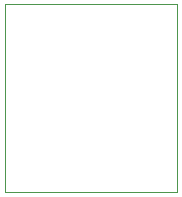
<source format=gbr>
%TF.GenerationSoftware,KiCad,Pcbnew,(5.1.7-0-10_14)*%
%TF.CreationDate,2020-11-09T11:56:13+00:00*%
%TF.ProjectId,STM32G031J6_Breakout,53544d33-3247-4303-9331-4a365f427265,rev?*%
%TF.SameCoordinates,Original*%
%TF.FileFunction,Profile,NP*%
%FSLAX46Y46*%
G04 Gerber Fmt 4.6, Leading zero omitted, Abs format (unit mm)*
G04 Created by KiCad (PCBNEW (5.1.7-0-10_14)) date 2020-11-09 11:56:13*
%MOMM*%
%LPD*%
G01*
G04 APERTURE LIST*
%TA.AperFunction,Profile*%
%ADD10C,0.050000*%
%TD*%
G04 APERTURE END LIST*
D10*
X130175000Y-104775000D02*
X130175000Y-88900000D01*
X144780000Y-104775000D02*
X130175000Y-104775000D01*
X144780000Y-88900000D02*
X144780000Y-104775000D01*
X130175000Y-88900000D02*
X144780000Y-88900000D01*
M02*

</source>
